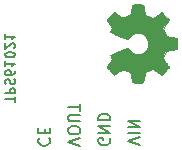
<source format=gbr>
%TF.GenerationSoftware,KiCad,Pcbnew,6.0.11-2627ca5db0~126~ubuntu20.04.1*%
%TF.CreationDate,2023-07-30T19:56:56-05:00*%
%TF.ProjectId,tps61021a-slim,74707336-3130-4323-9161-2d736c696d2e,rev?*%
%TF.SameCoordinates,Original*%
%TF.FileFunction,Legend,Bot*%
%TF.FilePolarity,Positive*%
%FSLAX46Y46*%
G04 Gerber Fmt 4.6, Leading zero omitted, Abs format (unit mm)*
G04 Created by KiCad (PCBNEW 6.0.11-2627ca5db0~126~ubuntu20.04.1) date 2023-07-30 19:56:56*
%MOMM*%
%LPD*%
G01*
G04 APERTURE LIST*
%ADD10C,0.150000*%
%ADD11C,0.010000*%
G04 APERTURE END LIST*
D10*
X103629857Y-111642857D02*
X103582238Y-111690476D01*
X103534619Y-111833333D01*
X103534619Y-111928571D01*
X103582238Y-112071428D01*
X103677476Y-112166666D01*
X103772714Y-112214285D01*
X103963190Y-112261904D01*
X104106047Y-112261904D01*
X104296523Y-112214285D01*
X104391761Y-112166666D01*
X104487000Y-112071428D01*
X104534619Y-111928571D01*
X104534619Y-111833333D01*
X104487000Y-111690476D01*
X104439380Y-111642857D01*
X104058428Y-111214285D02*
X104058428Y-110880952D01*
X103534619Y-110738095D02*
X103534619Y-111214285D01*
X104534619Y-111214285D01*
X104534619Y-110738095D01*
X112154619Y-112195238D02*
X111154619Y-111861904D01*
X112154619Y-111528571D01*
X111154619Y-111195238D02*
X112154619Y-111195238D01*
X111154619Y-110719047D02*
X112154619Y-110719047D01*
X111154619Y-110147619D01*
X112154619Y-110147619D01*
X101530095Y-108578285D02*
X101530095Y-108121142D01*
X100730095Y-108349714D02*
X101530095Y-108349714D01*
X100730095Y-107854476D02*
X101530095Y-107854476D01*
X101530095Y-107549714D01*
X101492000Y-107473523D01*
X101453904Y-107435428D01*
X101377714Y-107397333D01*
X101263428Y-107397333D01*
X101187238Y-107435428D01*
X101149142Y-107473523D01*
X101111047Y-107549714D01*
X101111047Y-107854476D01*
X100768190Y-107092571D02*
X100730095Y-106978285D01*
X100730095Y-106787809D01*
X100768190Y-106711619D01*
X100806285Y-106673523D01*
X100882476Y-106635428D01*
X100958666Y-106635428D01*
X101034857Y-106673523D01*
X101072952Y-106711619D01*
X101111047Y-106787809D01*
X101149142Y-106940190D01*
X101187238Y-107016380D01*
X101225333Y-107054476D01*
X101301523Y-107092571D01*
X101377714Y-107092571D01*
X101453904Y-107054476D01*
X101492000Y-107016380D01*
X101530095Y-106940190D01*
X101530095Y-106749714D01*
X101492000Y-106635428D01*
X101530095Y-105949714D02*
X101530095Y-106102095D01*
X101492000Y-106178285D01*
X101453904Y-106216380D01*
X101339619Y-106292571D01*
X101187238Y-106330666D01*
X100882476Y-106330666D01*
X100806285Y-106292571D01*
X100768190Y-106254476D01*
X100730095Y-106178285D01*
X100730095Y-106025904D01*
X100768190Y-105949714D01*
X100806285Y-105911619D01*
X100882476Y-105873523D01*
X101072952Y-105873523D01*
X101149142Y-105911619D01*
X101187238Y-105949714D01*
X101225333Y-106025904D01*
X101225333Y-106178285D01*
X101187238Y-106254476D01*
X101149142Y-106292571D01*
X101072952Y-106330666D01*
X100730095Y-105111619D02*
X100730095Y-105568761D01*
X100730095Y-105340190D02*
X101530095Y-105340190D01*
X101415809Y-105416380D01*
X101339619Y-105492571D01*
X101301523Y-105568761D01*
X101530095Y-104616380D02*
X101530095Y-104540190D01*
X101492000Y-104464000D01*
X101453904Y-104425904D01*
X101377714Y-104387809D01*
X101225333Y-104349714D01*
X101034857Y-104349714D01*
X100882476Y-104387809D01*
X100806285Y-104425904D01*
X100768190Y-104464000D01*
X100730095Y-104540190D01*
X100730095Y-104616380D01*
X100768190Y-104692571D01*
X100806285Y-104730666D01*
X100882476Y-104768761D01*
X101034857Y-104806857D01*
X101225333Y-104806857D01*
X101377714Y-104768761D01*
X101453904Y-104730666D01*
X101492000Y-104692571D01*
X101530095Y-104616380D01*
X101453904Y-104044952D02*
X101492000Y-104006857D01*
X101530095Y-103930666D01*
X101530095Y-103740190D01*
X101492000Y-103664000D01*
X101453904Y-103625904D01*
X101377714Y-103587809D01*
X101301523Y-103587809D01*
X101187238Y-103625904D01*
X100730095Y-104083047D01*
X100730095Y-103587809D01*
X100730095Y-102825904D02*
X100730095Y-103283047D01*
X100730095Y-103054476D02*
X101530095Y-103054476D01*
X101415809Y-103130666D01*
X101339619Y-103206857D01*
X101301523Y-103283047D01*
X109567000Y-111661904D02*
X109614619Y-111757142D01*
X109614619Y-111900000D01*
X109567000Y-112042857D01*
X109471761Y-112138095D01*
X109376523Y-112185714D01*
X109186047Y-112233333D01*
X109043190Y-112233333D01*
X108852714Y-112185714D01*
X108757476Y-112138095D01*
X108662238Y-112042857D01*
X108614619Y-111900000D01*
X108614619Y-111804761D01*
X108662238Y-111661904D01*
X108709857Y-111614285D01*
X109043190Y-111614285D01*
X109043190Y-111804761D01*
X108614619Y-111185714D02*
X109614619Y-111185714D01*
X108614619Y-110614285D01*
X109614619Y-110614285D01*
X108614619Y-110138095D02*
X109614619Y-110138095D01*
X109614619Y-109900000D01*
X109567000Y-109757142D01*
X109471761Y-109661904D01*
X109376523Y-109614285D01*
X109186047Y-109566666D01*
X109043190Y-109566666D01*
X108852714Y-109614285D01*
X108757476Y-109661904D01*
X108662238Y-109757142D01*
X108614619Y-109900000D01*
X108614619Y-110138095D01*
X107074619Y-112261904D02*
X106074619Y-111928571D01*
X107074619Y-111595238D01*
X107074619Y-111071428D02*
X107074619Y-110880952D01*
X107027000Y-110785714D01*
X106931761Y-110690476D01*
X106741285Y-110642857D01*
X106407952Y-110642857D01*
X106217476Y-110690476D01*
X106122238Y-110785714D01*
X106074619Y-110880952D01*
X106074619Y-111071428D01*
X106122238Y-111166666D01*
X106217476Y-111261904D01*
X106407952Y-111309523D01*
X106741285Y-111309523D01*
X106931761Y-111261904D01*
X107027000Y-111166666D01*
X107074619Y-111071428D01*
X107074619Y-110214285D02*
X106265095Y-110214285D01*
X106169857Y-110166666D01*
X106122238Y-110119047D01*
X106074619Y-110023809D01*
X106074619Y-109833333D01*
X106122238Y-109738095D01*
X106169857Y-109690476D01*
X106265095Y-109642857D01*
X107074619Y-109642857D01*
X107074619Y-109309523D02*
X107074619Y-108738095D01*
X106074619Y-109023809D02*
X107074619Y-109023809D01*
%TO.C,REF\u002A\u002A*%
G36*
X112047713Y-100311782D02*
G01*
X112155974Y-100313636D01*
X112252892Y-100317030D01*
X112332041Y-100321967D01*
X112386994Y-100328452D01*
X112411326Y-100336489D01*
X112414921Y-100344696D01*
X112426252Y-100385519D01*
X112442278Y-100454524D01*
X112461805Y-100546203D01*
X112483638Y-100655050D01*
X112506582Y-100775558D01*
X112518841Y-100841357D01*
X112540099Y-100954135D01*
X112558713Y-101051207D01*
X112573672Y-101127382D01*
X112583964Y-101177469D01*
X112588578Y-101196276D01*
X112589529Y-101196983D01*
X112613690Y-101208961D01*
X112664306Y-101231794D01*
X112734662Y-101262630D01*
X112818042Y-101298613D01*
X112907730Y-101336891D01*
X112997011Y-101374609D01*
X113079168Y-101408913D01*
X113147487Y-101436949D01*
X113195252Y-101455864D01*
X113215746Y-101462803D01*
X113222957Y-101459742D01*
X113257272Y-101439372D01*
X113315030Y-101402422D01*
X113391701Y-101351860D01*
X113482752Y-101290657D01*
X113583650Y-101221781D01*
X113638907Y-101183994D01*
X113735785Y-101118782D01*
X113820807Y-101062871D01*
X113889338Y-101019241D01*
X113936740Y-100990877D01*
X113958377Y-100980759D01*
X113970113Y-100987790D01*
X114005182Y-101017197D01*
X114058255Y-101065441D01*
X114124836Y-101128093D01*
X114200426Y-101200725D01*
X114280528Y-101278908D01*
X114360646Y-101358214D01*
X114436282Y-101434213D01*
X114502938Y-101502478D01*
X114556118Y-101558580D01*
X114591324Y-101598090D01*
X114604058Y-101616579D01*
X114599107Y-101626843D01*
X114576143Y-101664530D01*
X114537062Y-101725348D01*
X114484728Y-101804913D01*
X114422004Y-101898843D01*
X114351754Y-102002754D01*
X114099449Y-102373794D01*
X114226947Y-102683080D01*
X114354445Y-102992365D01*
X114799069Y-103076186D01*
X115243693Y-103160006D01*
X115243693Y-104085454D01*
X114799069Y-104169275D01*
X114354445Y-104253095D01*
X114099449Y-104871667D01*
X114351754Y-105242707D01*
X114401494Y-105316144D01*
X114466782Y-105413499D01*
X114522546Y-105497787D01*
X114565922Y-105564631D01*
X114594047Y-105609654D01*
X114604058Y-105628478D01*
X114596939Y-105640039D01*
X114567106Y-105674596D01*
X114518148Y-105726894D01*
X114454560Y-105792500D01*
X114380837Y-105866983D01*
X114301475Y-105945913D01*
X114220969Y-106024856D01*
X114143815Y-106099384D01*
X114074507Y-106165063D01*
X114017543Y-106217463D01*
X113977416Y-106252153D01*
X113958623Y-106264701D01*
X113950549Y-106261782D01*
X113914531Y-106241571D01*
X113855256Y-106204663D01*
X113777370Y-106154050D01*
X113685519Y-106092725D01*
X113584350Y-106023679D01*
X113529174Y-105985787D01*
X113433116Y-105920606D01*
X113349283Y-105864723D01*
X113282223Y-105821117D01*
X113236481Y-105792769D01*
X113216604Y-105782657D01*
X113215503Y-105782823D01*
X113190306Y-105791743D01*
X113138853Y-105812206D01*
X113067865Y-105841360D01*
X112984065Y-105876353D01*
X112894172Y-105914332D01*
X112804909Y-105952445D01*
X112722997Y-105987839D01*
X112655157Y-106017662D01*
X112608110Y-106039061D01*
X112588578Y-106049184D01*
X112586845Y-106055174D01*
X112579031Y-106091566D01*
X112566085Y-106156427D01*
X112549021Y-106244565D01*
X112528849Y-106350787D01*
X112506582Y-106469902D01*
X112494777Y-106532683D01*
X112472252Y-106647912D01*
X112451450Y-106748662D01*
X112433565Y-106829426D01*
X112419792Y-106884698D01*
X112411326Y-106908971D01*
X112402934Y-106913331D01*
X112361928Y-106920563D01*
X112293632Y-106926246D01*
X112204471Y-106930382D01*
X112100872Y-106932977D01*
X111989260Y-106934036D01*
X111876062Y-106933561D01*
X111767704Y-106931559D01*
X111670611Y-106928033D01*
X111591210Y-106922987D01*
X111535928Y-106916427D01*
X111511190Y-106908356D01*
X111508400Y-106903458D01*
X111496431Y-106866930D01*
X111480595Y-106803565D01*
X111462626Y-106720686D01*
X111444259Y-106625618D01*
X111438409Y-106593542D01*
X111411202Y-106445393D01*
X111389337Y-106328961D01*
X111371907Y-106240209D01*
X111358004Y-106175103D01*
X111346723Y-106129606D01*
X111337157Y-106099682D01*
X111328399Y-106081294D01*
X111319543Y-106070407D01*
X111318057Y-106069142D01*
X111287069Y-106051338D01*
X111230366Y-106024994D01*
X111154601Y-105992661D01*
X111066426Y-105956893D01*
X110972493Y-105920244D01*
X110879453Y-105885266D01*
X110793959Y-105854513D01*
X110722664Y-105830538D01*
X110672218Y-105815895D01*
X110649274Y-105813136D01*
X110646297Y-105814981D01*
X110617507Y-105834075D01*
X110564405Y-105869984D01*
X110491883Y-105919378D01*
X110404833Y-105978927D01*
X110308146Y-106045303D01*
X110281544Y-106063520D01*
X110186125Y-106127577D01*
X110100788Y-106182937D01*
X110030595Y-106226439D01*
X109980606Y-106254924D01*
X109955884Y-106265232D01*
X109949384Y-106263011D01*
X109917356Y-106239858D01*
X109865055Y-106194177D01*
X109796001Y-106129241D01*
X109713714Y-106048319D01*
X109621714Y-105954685D01*
X109570219Y-105901165D01*
X109490017Y-105816542D01*
X109421322Y-105742475D01*
X109367748Y-105682941D01*
X109332915Y-105641917D01*
X109320437Y-105623381D01*
X109325062Y-105610646D01*
X109346943Y-105571436D01*
X109382727Y-105514495D01*
X109427883Y-105447250D01*
X109460835Y-105399438D01*
X109526273Y-105303985D01*
X109595772Y-105202125D01*
X109658925Y-105109088D01*
X109782200Y-104926832D01*
X109699480Y-104773841D01*
X109680387Y-104737817D01*
X109647728Y-104672303D01*
X109625181Y-104621640D01*
X109616774Y-104594564D01*
X109627570Y-104585703D01*
X109668677Y-104563699D01*
X109736451Y-104531199D01*
X109826591Y-104490010D01*
X109934795Y-104441942D01*
X110056763Y-104388802D01*
X110188192Y-104332399D01*
X110324782Y-104274542D01*
X110462233Y-104217038D01*
X110596242Y-104161697D01*
X110722509Y-104110326D01*
X110836732Y-104064735D01*
X110934610Y-104026732D01*
X111011843Y-103998124D01*
X111064129Y-103980721D01*
X111087167Y-103976331D01*
X111087840Y-103976628D01*
X111109137Y-103997077D01*
X111142492Y-104039850D01*
X111180989Y-104096117D01*
X111192744Y-104113877D01*
X111304265Y-104249014D01*
X111437094Y-104360856D01*
X111585702Y-104446755D01*
X111744560Y-104504062D01*
X111908140Y-104530131D01*
X112070912Y-104522313D01*
X112215685Y-104490644D01*
X112361876Y-104433782D01*
X112492297Y-104350888D01*
X112616187Y-104237131D01*
X112655765Y-104192433D01*
X112753277Y-104047935D01*
X112818950Y-103891838D01*
X112853370Y-103728667D01*
X112857126Y-103562943D01*
X112830806Y-103399192D01*
X112774997Y-103241936D01*
X112690286Y-103095698D01*
X112577263Y-102965004D01*
X112436513Y-102854374D01*
X112401658Y-102833105D01*
X112242345Y-102760810D01*
X112076448Y-102722415D01*
X111908263Y-102716914D01*
X111742087Y-102743301D01*
X111582216Y-102800570D01*
X111432947Y-102887717D01*
X111298577Y-103003736D01*
X111183401Y-103147622D01*
X111180298Y-103152294D01*
X111141067Y-103207964D01*
X111107714Y-103249689D01*
X111087167Y-103268746D01*
X111071059Y-103266342D01*
X111024156Y-103251391D01*
X110951461Y-103224881D01*
X110857275Y-103188620D01*
X110745902Y-103144416D01*
X110621642Y-103094076D01*
X110488798Y-103039407D01*
X110351673Y-102982218D01*
X110214568Y-102924316D01*
X110081785Y-102867510D01*
X109957626Y-102813606D01*
X109846394Y-102764412D01*
X109752391Y-102721737D01*
X109679918Y-102687387D01*
X109633278Y-102663171D01*
X109616774Y-102650897D01*
X109619009Y-102640689D01*
X109635074Y-102600586D01*
X109663241Y-102541318D01*
X109699480Y-102471619D01*
X109782200Y-102318629D01*
X109658925Y-102136373D01*
X109622421Y-102082527D01*
X109554216Y-101982374D01*
X109485902Y-101882525D01*
X109427883Y-101798211D01*
X109396264Y-101751679D01*
X109356980Y-101691200D01*
X109330088Y-101646357D01*
X109320117Y-101624455D01*
X109324350Y-101615045D01*
X109350279Y-101581031D01*
X109395930Y-101528595D01*
X109456814Y-101462301D01*
X109528439Y-101386713D01*
X109606317Y-101306396D01*
X109685955Y-101225913D01*
X109762865Y-101149829D01*
X109832555Y-101082707D01*
X109890536Y-101029112D01*
X109932316Y-100993608D01*
X109953407Y-100980759D01*
X109957419Y-100981500D01*
X109990080Y-100996793D01*
X110046588Y-101029462D01*
X110121837Y-101076350D01*
X110210725Y-101134301D01*
X110308146Y-101200157D01*
X110335018Y-101218627D01*
X110429577Y-101283482D01*
X110513173Y-101340609D01*
X110580916Y-101386678D01*
X110627914Y-101418359D01*
X110649274Y-101432324D01*
X110650189Y-101432668D01*
X110676322Y-101428546D01*
X110729260Y-101412807D01*
X110802353Y-101388004D01*
X110888948Y-101356689D01*
X110982392Y-101321417D01*
X111076035Y-101284740D01*
X111163223Y-101249212D01*
X111237305Y-101217386D01*
X111291629Y-101191816D01*
X111319543Y-101175053D01*
X111321276Y-101173374D01*
X111330044Y-101161372D01*
X111338885Y-101141103D01*
X111348708Y-101108529D01*
X111360417Y-101059616D01*
X111374920Y-100990327D01*
X111393124Y-100896625D01*
X111415934Y-100774476D01*
X111444259Y-100619842D01*
X111450220Y-100587770D01*
X111468648Y-100495893D01*
X111486108Y-100418607D01*
X111500867Y-100363236D01*
X111511190Y-100337105D01*
X111519803Y-100332733D01*
X111561174Y-100325445D01*
X111629759Y-100319669D01*
X111719132Y-100315410D01*
X111822865Y-100312673D01*
X111934535Y-100311462D01*
X112047713Y-100311782D01*
G37*
D11*
X112047713Y-100311782D02*
X112155974Y-100313636D01*
X112252892Y-100317030D01*
X112332041Y-100321967D01*
X112386994Y-100328452D01*
X112411326Y-100336489D01*
X112414921Y-100344696D01*
X112426252Y-100385519D01*
X112442278Y-100454524D01*
X112461805Y-100546203D01*
X112483638Y-100655050D01*
X112506582Y-100775558D01*
X112518841Y-100841357D01*
X112540099Y-100954135D01*
X112558713Y-101051207D01*
X112573672Y-101127382D01*
X112583964Y-101177469D01*
X112588578Y-101196276D01*
X112589529Y-101196983D01*
X112613690Y-101208961D01*
X112664306Y-101231794D01*
X112734662Y-101262630D01*
X112818042Y-101298613D01*
X112907730Y-101336891D01*
X112997011Y-101374609D01*
X113079168Y-101408913D01*
X113147487Y-101436949D01*
X113195252Y-101455864D01*
X113215746Y-101462803D01*
X113222957Y-101459742D01*
X113257272Y-101439372D01*
X113315030Y-101402422D01*
X113391701Y-101351860D01*
X113482752Y-101290657D01*
X113583650Y-101221781D01*
X113638907Y-101183994D01*
X113735785Y-101118782D01*
X113820807Y-101062871D01*
X113889338Y-101019241D01*
X113936740Y-100990877D01*
X113958377Y-100980759D01*
X113970113Y-100987790D01*
X114005182Y-101017197D01*
X114058255Y-101065441D01*
X114124836Y-101128093D01*
X114200426Y-101200725D01*
X114280528Y-101278908D01*
X114360646Y-101358214D01*
X114436282Y-101434213D01*
X114502938Y-101502478D01*
X114556118Y-101558580D01*
X114591324Y-101598090D01*
X114604058Y-101616579D01*
X114599107Y-101626843D01*
X114576143Y-101664530D01*
X114537062Y-101725348D01*
X114484728Y-101804913D01*
X114422004Y-101898843D01*
X114351754Y-102002754D01*
X114099449Y-102373794D01*
X114226947Y-102683080D01*
X114354445Y-102992365D01*
X114799069Y-103076186D01*
X115243693Y-103160006D01*
X115243693Y-104085454D01*
X114799069Y-104169275D01*
X114354445Y-104253095D01*
X114099449Y-104871667D01*
X114351754Y-105242707D01*
X114401494Y-105316144D01*
X114466782Y-105413499D01*
X114522546Y-105497787D01*
X114565922Y-105564631D01*
X114594047Y-105609654D01*
X114604058Y-105628478D01*
X114596939Y-105640039D01*
X114567106Y-105674596D01*
X114518148Y-105726894D01*
X114454560Y-105792500D01*
X114380837Y-105866983D01*
X114301475Y-105945913D01*
X114220969Y-106024856D01*
X114143815Y-106099384D01*
X114074507Y-106165063D01*
X114017543Y-106217463D01*
X113977416Y-106252153D01*
X113958623Y-106264701D01*
X113950549Y-106261782D01*
X113914531Y-106241571D01*
X113855256Y-106204663D01*
X113777370Y-106154050D01*
X113685519Y-106092725D01*
X113584350Y-106023679D01*
X113529174Y-105985787D01*
X113433116Y-105920606D01*
X113349283Y-105864723D01*
X113282223Y-105821117D01*
X113236481Y-105792769D01*
X113216604Y-105782657D01*
X113215503Y-105782823D01*
X113190306Y-105791743D01*
X113138853Y-105812206D01*
X113067865Y-105841360D01*
X112984065Y-105876353D01*
X112894172Y-105914332D01*
X112804909Y-105952445D01*
X112722997Y-105987839D01*
X112655157Y-106017662D01*
X112608110Y-106039061D01*
X112588578Y-106049184D01*
X112586845Y-106055174D01*
X112579031Y-106091566D01*
X112566085Y-106156427D01*
X112549021Y-106244565D01*
X112528849Y-106350787D01*
X112506582Y-106469902D01*
X112494777Y-106532683D01*
X112472252Y-106647912D01*
X112451450Y-106748662D01*
X112433565Y-106829426D01*
X112419792Y-106884698D01*
X112411326Y-106908971D01*
X112402934Y-106913331D01*
X112361928Y-106920563D01*
X112293632Y-106926246D01*
X112204471Y-106930382D01*
X112100872Y-106932977D01*
X111989260Y-106934036D01*
X111876062Y-106933561D01*
X111767704Y-106931559D01*
X111670611Y-106928033D01*
X111591210Y-106922987D01*
X111535928Y-106916427D01*
X111511190Y-106908356D01*
X111508400Y-106903458D01*
X111496431Y-106866930D01*
X111480595Y-106803565D01*
X111462626Y-106720686D01*
X111444259Y-106625618D01*
X111438409Y-106593542D01*
X111411202Y-106445393D01*
X111389337Y-106328961D01*
X111371907Y-106240209D01*
X111358004Y-106175103D01*
X111346723Y-106129606D01*
X111337157Y-106099682D01*
X111328399Y-106081294D01*
X111319543Y-106070407D01*
X111318057Y-106069142D01*
X111287069Y-106051338D01*
X111230366Y-106024994D01*
X111154601Y-105992661D01*
X111066426Y-105956893D01*
X110972493Y-105920244D01*
X110879453Y-105885266D01*
X110793959Y-105854513D01*
X110722664Y-105830538D01*
X110672218Y-105815895D01*
X110649274Y-105813136D01*
X110646297Y-105814981D01*
X110617507Y-105834075D01*
X110564405Y-105869984D01*
X110491883Y-105919378D01*
X110404833Y-105978927D01*
X110308146Y-106045303D01*
X110281544Y-106063520D01*
X110186125Y-106127577D01*
X110100788Y-106182937D01*
X110030595Y-106226439D01*
X109980606Y-106254924D01*
X109955884Y-106265232D01*
X109949384Y-106263011D01*
X109917356Y-106239858D01*
X109865055Y-106194177D01*
X109796001Y-106129241D01*
X109713714Y-106048319D01*
X109621714Y-105954685D01*
X109570219Y-105901165D01*
X109490017Y-105816542D01*
X109421322Y-105742475D01*
X109367748Y-105682941D01*
X109332915Y-105641917D01*
X109320437Y-105623381D01*
X109325062Y-105610646D01*
X109346943Y-105571436D01*
X109382727Y-105514495D01*
X109427883Y-105447250D01*
X109460835Y-105399438D01*
X109526273Y-105303985D01*
X109595772Y-105202125D01*
X109658925Y-105109088D01*
X109782200Y-104926832D01*
X109699480Y-104773841D01*
X109680387Y-104737817D01*
X109647728Y-104672303D01*
X109625181Y-104621640D01*
X109616774Y-104594564D01*
X109627570Y-104585703D01*
X109668677Y-104563699D01*
X109736451Y-104531199D01*
X109826591Y-104490010D01*
X109934795Y-104441942D01*
X110056763Y-104388802D01*
X110188192Y-104332399D01*
X110324782Y-104274542D01*
X110462233Y-104217038D01*
X110596242Y-104161697D01*
X110722509Y-104110326D01*
X110836732Y-104064735D01*
X110934610Y-104026732D01*
X111011843Y-103998124D01*
X111064129Y-103980721D01*
X111087167Y-103976331D01*
X111087840Y-103976628D01*
X111109137Y-103997077D01*
X111142492Y-104039850D01*
X111180989Y-104096117D01*
X111192744Y-104113877D01*
X111304265Y-104249014D01*
X111437094Y-104360856D01*
X111585702Y-104446755D01*
X111744560Y-104504062D01*
X111908140Y-104530131D01*
X112070912Y-104522313D01*
X112215685Y-104490644D01*
X112361876Y-104433782D01*
X112492297Y-104350888D01*
X112616187Y-104237131D01*
X112655765Y-104192433D01*
X112753277Y-104047935D01*
X112818950Y-103891838D01*
X112853370Y-103728667D01*
X112857126Y-103562943D01*
X112830806Y-103399192D01*
X112774997Y-103241936D01*
X112690286Y-103095698D01*
X112577263Y-102965004D01*
X112436513Y-102854374D01*
X112401658Y-102833105D01*
X112242345Y-102760810D01*
X112076448Y-102722415D01*
X111908263Y-102716914D01*
X111742087Y-102743301D01*
X111582216Y-102800570D01*
X111432947Y-102887717D01*
X111298577Y-103003736D01*
X111183401Y-103147622D01*
X111180298Y-103152294D01*
X111141067Y-103207964D01*
X111107714Y-103249689D01*
X111087167Y-103268746D01*
X111071059Y-103266342D01*
X111024156Y-103251391D01*
X110951461Y-103224881D01*
X110857275Y-103188620D01*
X110745902Y-103144416D01*
X110621642Y-103094076D01*
X110488798Y-103039407D01*
X110351673Y-102982218D01*
X110214568Y-102924316D01*
X110081785Y-102867510D01*
X109957626Y-102813606D01*
X109846394Y-102764412D01*
X109752391Y-102721737D01*
X109679918Y-102687387D01*
X109633278Y-102663171D01*
X109616774Y-102650897D01*
X109619009Y-102640689D01*
X109635074Y-102600586D01*
X109663241Y-102541318D01*
X109699480Y-102471619D01*
X109782200Y-102318629D01*
X109658925Y-102136373D01*
X109622421Y-102082527D01*
X109554216Y-101982374D01*
X109485902Y-101882525D01*
X109427883Y-101798211D01*
X109396264Y-101751679D01*
X109356980Y-101691200D01*
X109330088Y-101646357D01*
X109320117Y-101624455D01*
X109324350Y-101615045D01*
X109350279Y-101581031D01*
X109395930Y-101528595D01*
X109456814Y-101462301D01*
X109528439Y-101386713D01*
X109606317Y-101306396D01*
X109685955Y-101225913D01*
X109762865Y-101149829D01*
X109832555Y-101082707D01*
X109890536Y-101029112D01*
X109932316Y-100993608D01*
X109953407Y-100980759D01*
X109957419Y-100981500D01*
X109990080Y-100996793D01*
X110046588Y-101029462D01*
X110121837Y-101076350D01*
X110210725Y-101134301D01*
X110308146Y-101200157D01*
X110335018Y-101218627D01*
X110429577Y-101283482D01*
X110513173Y-101340609D01*
X110580916Y-101386678D01*
X110627914Y-101418359D01*
X110649274Y-101432324D01*
X110650189Y-101432668D01*
X110676322Y-101428546D01*
X110729260Y-101412807D01*
X110802353Y-101388004D01*
X110888948Y-101356689D01*
X110982392Y-101321417D01*
X111076035Y-101284740D01*
X111163223Y-101249212D01*
X111237305Y-101217386D01*
X111291629Y-101191816D01*
X111319543Y-101175053D01*
X111321276Y-101173374D01*
X111330044Y-101161372D01*
X111338885Y-101141103D01*
X111348708Y-101108529D01*
X111360417Y-101059616D01*
X111374920Y-100990327D01*
X111393124Y-100896625D01*
X111415934Y-100774476D01*
X111444259Y-100619842D01*
X111450220Y-100587770D01*
X111468648Y-100495893D01*
X111486108Y-100418607D01*
X111500867Y-100363236D01*
X111511190Y-100337105D01*
X111519803Y-100332733D01*
X111561174Y-100325445D01*
X111629759Y-100319669D01*
X111719132Y-100315410D01*
X111822865Y-100312673D01*
X111934535Y-100311462D01*
X112047713Y-100311782D01*
%TD*%
M02*

</source>
